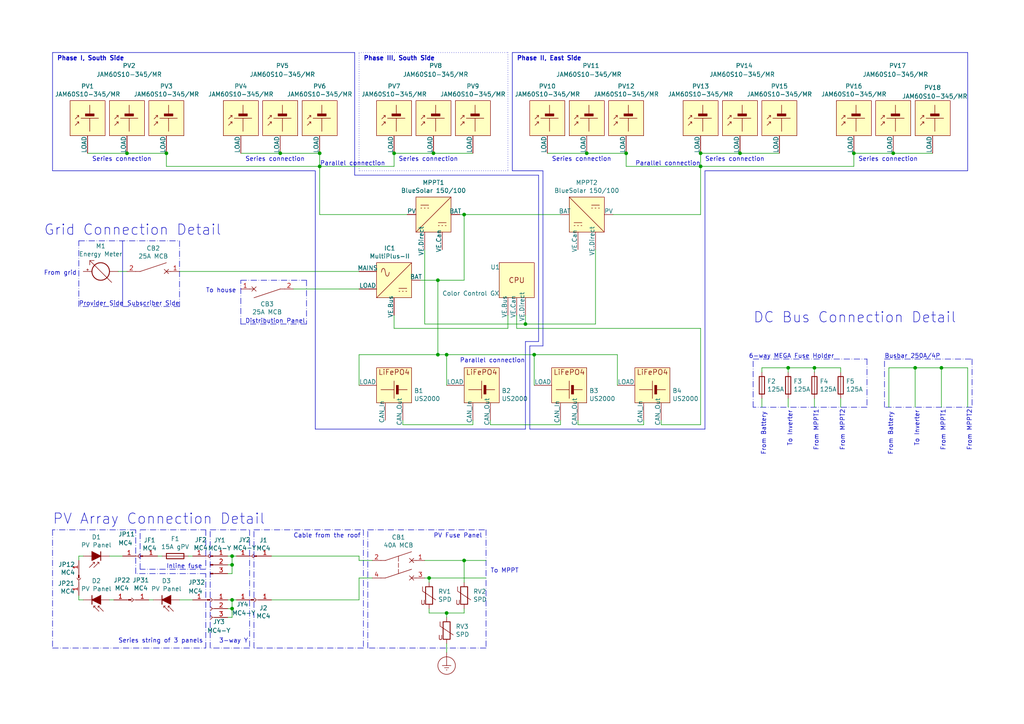
<source format=kicad_sch>
(kicad_sch (version 20230121) (generator eeschema)
  (paper "A4")
  (title_block (title "Block Diagram") (date "2021-05-06"))
  (lib_symbols
    (symbol "Connector:Conn_01x01_Female" (pin_names (offset 1.016) hide)
      (property "Reference" "J" (at 0 2.54 0))
      (property "Value" "Conn_01x01_Female" (at 0 -2.54 0))
      (symbol "Conn_01x01_Female_1_1"
        (polyline (pts (xy -1.27 0) (xy -0.508 0)) (stroke (width 0.1524)))
        (arc (start 0 0.508) (mid -0.5058 0) (end 0 -0.508) (stroke (width 0.1524)))
        (pin passive line (at -5.08 0 0) (length 3.81) (name "Pin_1") (number "1"))
      )
    )
    (symbol "Connector:Conn_01x01_Male" (pin_names (offset 1.016) hide)
      (property "Reference" "J" (at 0 2.54 0))
      (property "Value" "Conn_01x01_Male" (at 0 -2.54 0))
      (symbol "Conn_01x01_Male_1_1"
        (polyline (pts (xy 1.27 0) (xy 0.8636 0)) (stroke (width 0.1524)))
        (rectangle (start 0.8636 0.127) (end 0 -0.127) (stroke (width 0.1524)) (fill (type outline)))
        (pin passive line (at 5.08 0 180) (length 3.81) (name "Pin_1") (number "1"))
      )
    )
    (symbol "Connector:Conn_01x03_Female" (pin_names (offset 1.016) hide)
      (property "Reference" "J" (at 0 5.08 0))
      (property "Value" "Conn_01x03_Female" (at 0 -5.08 0))
      (symbol "Conn_01x03_Female_1_1"
        (arc (start 0 -2.032) (mid -0.5058 -2.54) (end 0 -3.048) (stroke (width 0.1524)))
        (polyline (pts (xy -1.27 -2.54) (xy -0.508 -2.54)) (stroke (width 0.1524)))
        (polyline (pts (xy -1.27 0) (xy -0.508 0)) (stroke (width 0.1524)))
        (polyline (pts (xy -1.27 2.54) (xy -0.508 2.54)) (stroke (width 0.1524)))
        (arc (start 0 0.508) (mid -0.5058 0) (end 0 -0.508) (stroke (width 0.1524)))
        (arc (start 0 3.048) (mid -0.5058 2.54) (end 0 2.032) (stroke (width 0.1524)))
        (pin passive line (at -5.08 2.54 0) (length 3.81) (name "Pin_1") (number "1"))
        (pin passive line (at -5.08 0 0) (length 3.81) (name "Pin_2") (number "2"))
        (pin passive line (at -5.08 -2.54 0) (length 3.81) (name "Pin_3") (number "3"))
      )
    )
    (symbol "Connector:Conn_01x03_Male" (pin_names (offset 1.016) hide)
      (property "Reference" "J" (at 0 5.08 0))
      (property "Value" "Conn_01x03_Male" (at 0 -5.08 0))
      (symbol "Conn_01x03_Male_1_1"
        (polyline (pts (xy 1.27 -2.54) (xy 0.8636 -2.54)) (stroke (width 0.1524)))
        (polyline (pts (xy 1.27 0) (xy 0.8636 0)) (stroke (width 0.1524)))
        (polyline (pts (xy 1.27 2.54) (xy 0.8636 2.54)) (stroke (width 0.1524)))
        (rectangle (start 0.8636 -2.413) (end 0 -2.667) (stroke (width 0.1524)) (fill (type outline)))
        (rectangle (start 0.8636 0.127) (end 0 -0.127) (stroke (width 0.1524)) (fill (type outline)))
        (rectangle (start 0.8636 2.667) (end 0 2.413) (stroke (width 0.1524)) (fill (type outline)))
        (pin passive line (at 5.08 2.54 180) (length 3.81) (name "Pin_1") (number "1"))
        (pin passive line (at 5.08 0 180) (length 3.81) (name "Pin_2") (number "2"))
        (pin passive line (at 5.08 -2.54 180) (length 3.81) (name "Pin_3") (number "3"))
      )
    )
    (symbol "Device:CircuitBreaker_1P"
      (property "Reference" "CB" (at 1.905 0 0))
      (property "Value" "CircuitBreaker_1P" (at 1.905 1.905 0))
      (symbol "CircuitBreaker_1P_0_1"
        (polyline (pts (xy 0 -5.08) (xy 0 -3.81)))
        (polyline (pts (xy 0 -3.81) (xy -2.54 3.81)))
      )
      (symbol "CircuitBreaker_1P_1_1"
        (polyline (pts (xy -0.635 4.445) (xy 0.635 3.175)))
        (polyline (pts (xy 0 5.08) (xy 0 3.81)))
        (polyline (pts (xy 0.635 4.445) (xy -0.635 3.175)))
        (pin passive line (at 0 7.62 270) (length 2.54) (name "~") (number "1"))
        (pin passive line (at 0 -7.62 90) (length 2.54) (name "~") (number "2"))
      )
    )
    (symbol "Device:CircuitBreaker_2P"
      (property "Reference" "CB" (at 3.81 0 0))
      (property "Value" "CircuitBreaker_2P" (at 3.81 2.54 0))
      (symbol "CircuitBreaker_2P_0_1"
        (polyline (pts (xy -3.81 0) (xy -2.286 0)))
        (polyline (pts (xy -2.54 -3.81) (xy -5.08 3.81)))
        (polyline (pts (xy -1.778 0) (xy -0.508 0)))
        (polyline (pts (xy 0 0) (xy 1.27 0)))
        (polyline (pts (xy 2.54 -5.08) (xy 2.54 -3.81)))
        (polyline (pts (xy 2.54 -3.81) (xy 0 3.81)))
      )
      (symbol "CircuitBreaker_2P_1_1"
        (polyline (pts (xy -3.175 4.445) (xy -1.905 3.175)))
        (polyline (pts (xy -2.54 -3.81) (xy -2.54 -5.08)))
        (polyline (pts (xy -2.54 5.08) (xy -2.54 3.81)))
        (polyline (pts (xy -1.905 4.445) (xy -3.175 3.175)))
        (polyline (pts (xy 1.905 4.445) (xy 3.175 3.175)))
        (polyline (pts (xy 2.54 5.08) (xy 2.54 3.81)))
        (polyline (pts (xy 3.175 4.445) (xy 1.905 3.175)))
        (pin passive line (at -2.54 7.62 270) (length 2.54) (name "~") (number "1"))
        (pin passive line (at -2.54 -7.62 90) (length 2.54) (name "~") (number "2"))
        (pin passive line (at 2.54 7.62 270) (length 2.54) (name "~") (number "3"))
        (pin passive line (at 2.54 -7.62 90) (length 2.54) (name "~") (number "4"))
      )
    )
    (symbol "Device:D_Photo_Filled" (pin_numbers hide) (pin_names hide)
      (property "Reference" "D" (at 0.508 1.778 0))
      (property "Value" "D_Photo_Filled" (at -1.016 -2.794 0))
      (symbol "D_Photo_Filled_0_1"
        (polyline (pts (xy -2.54 1.27) (xy -2.54 -1.27)) (stroke (width 0.254)))
        (polyline (pts (xy -2.032 1.778) (xy -1.524 1.778)))
        (polyline (pts (xy 0 0) (xy -2.54 0)))
        (polyline (pts (xy -0.508 3.302) (xy -2.032 1.778) (xy -2.032 2.286)))
        (polyline (pts (xy 0 -1.27) (xy 0 1.27) (xy -2.54 0) (xy 0 -1.27)) (stroke (width 0.254)) (fill (type outline)))
        (polyline (pts (xy 0.762 3.302) (xy -0.762 1.778) (xy -0.762 2.286) (xy -0.762 1.778) (xy -0.254 1.778)))
      )
      (symbol "D_Photo_Filled_1_1"
        (pin passive line (at -5.08 0 0) (length 2.54) (name "K") (number "1"))
        (pin passive line (at 2.54 0 180) (length 2.54) (name "A") (number "2"))
      )
    )
    (symbol "Device:Fuse" (pin_numbers hide) (pin_names (offset 0))
      (property "Reference" "F" (at 2.032 0 90))
      (property "Value" "Fuse" (at -1.905 0 90))
      (symbol "Fuse_0_1"
        (rectangle (start -0.762 -2.54) (end 0.762 2.54) (stroke (width 0.254)))
        (polyline (pts (xy 0 2.54) (xy 0 -2.54)))
      )
      (symbol "Fuse_1_1"
        (pin passive line (at 0 3.81 270) (length 1.27) (name "~") (number "1"))
        (pin passive line (at 0 -3.81 90) (length 1.27) (name "~") (number "2"))
      )
    )
    (symbol "Device:Galvanometer" (pin_numbers hide) (pin_names (offset 0.0254) hide)
      (property "Reference" "MES" (at -3.302 1.016 0))
      (property "Value" "Galvanometer" (at -3.302 -0.762 0))
      (symbol "Galvanometer_0_0"
        (polyline (pts (xy -3.175 -3.175) (xy 3.175 3.175)))
        (polyline (pts (xy 1.905 3.175) (xy 3.175 3.175) (xy 3.175 1.905)))
      )
      (symbol "Galvanometer_0_1"
        (polyline (pts (xy 0.254 3.81) (xy 0.762 3.81)))
        (polyline (pts (xy 0.508 4.064) (xy 0.508 3.556)))
        (circle (center 0 0) (radius 2.54) (stroke (width 0.254)))
      )
      (symbol "Galvanometer_1_1"
        (pin passive line (at 0 -5.08 90) (length 2.54) (name "-") (number "1"))
        (pin passive line (at 0 5.08 270) (length 2.54) (name "+") (number "2"))
      )
    )
    (symbol "Device:Varistor" (pin_numbers hide) (pin_names (offset 0))
      (property "Reference" "RV" (at 3.175 0 90))
      (property "Value" "Varistor" (at -3.175 0 90))
      (symbol "Varistor_0_0"
        (text "U" (at -1.778 -2.032 0) (effects (font (size 1.27 1.27))))
      )
      (symbol "Varistor_0_1"
        (rectangle (start -1.016 -2.54) (end 1.016 2.54) (stroke (width 0.254)))
        (polyline (pts (xy -1.905 2.54) (xy -1.905 1.27) (xy 1.905 -1.27)))
      )
      (symbol "Varistor_1_1"
        (pin passive line (at 0 3.81 270) (length 1.27) (name "~") (number "1"))
        (pin passive line (at 0 -3.81 90) (length 1.27) (name "~") (number "2"))
      )
    )
    (symbol "power:Earth_Protective" (power) (pin_names (offset 0))
      (symbol "Earth_Protective_0_1"
        (circle (center 0 -3.81) (radius 2.54))
        (polyline (pts (xy -0.635 -4.445) (xy 0.635 -4.445)))
        (polyline (pts (xy -0.127 -5.08) (xy 0.127 -5.08)))
        (polyline (pts (xy 0 -3.81) (xy 0 0)))
        (polyline (pts (xy 1.27 -3.81) (xy -1.27 -3.81)))
      )
      (symbol "Earth_Protective_1_1"
        (pin power_in line (at 0 0 270) (length 0) hide (name "Earth_Protective") (number "1"))
      )
    )
    (symbol "pv-block-diagram:BATTERY" (pin_numbers hide) (pin_names (offset 0))
      (property "Reference" "B?" (at 0 6.35 0))
      (property "Value" "BATTERY" (at 0 8.89 0))
      (symbol "BATTERY_0_0"
        (rectangle (start -5.08 5.08) (end 5.08 -5.08) (fill (type background)))
        (polyline (pts (xy -3.81 -1.27) (xy 0 -1.27)))
        (polyline (pts (xy 0 1.27) (xy 0 -3.81)))
        (polyline (pts (xy 1.27 -1.27) (xy 3.81 -1.27)))
        (rectangle (start 0.635 0) (end 1.27 -2.54) (fill (type outline)))
        (text "LiFePO4" (at 0 3.81 0) (effects (font (size 1.4986 1.4986))))
      )
      (symbol "BATTERY_1_1"
        (pin input line (at -2.54 -10.16 90) (length 5.0038) (name "CAN_In") (number "~"))
        (pin input line (at 2.54 -10.16 90) (length 5.0038) (name "CAN_Out") (number "~"))
        (pin passive line (at -10.16 0 0) (length 5.0038) (name "LOAD") (number "~"))
      )
    )
    (symbol "pv-block-diagram:GX_CPU" (pin_numbers hide) (pin_names (offset 0))
      (property "Reference" "U?" (at 0 6.35 0))
      (property "Value" "GX_CPU" (at 0 8.89 0))
      (symbol "GX_CPU_0_0"
        (rectangle (start -5.08 5.08) (end 5.08 -5.08) (fill (type background)))
        (text "CPU" (at 0 0 0) (effects (font (size 1.4986 1.4986))))
      )
      (symbol "GX_CPU_1_1"
        (pin output line (at -2.54 -10.16 90) (length 5.0038) (name "VE.Bus") (number "~"))
        (pin bidirectional line (at 0 -10.16 90) (length 5.0038) (name "VE.Can") (number "~"))
        (pin output line (at 2.54 -10.16 90) (length 5.0038) (name "VE.Direct") (number "~"))
      )
    )
    (symbol "pv-block-diagram:INV_CHG" (pin_numbers hide) (pin_names (offset 0))
      (property "Reference" "IC?" (at 0 6.35 0))
      (property "Value" "INV_CHG" (at 0 8.89 0))
      (symbol "INV_CHG_0_0"
        (rectangle (start -5.08 5.08) (end 5.08 -5.08) (fill (type background)))
        (polyline (pts (xy -5.08 -5.08) (xy 5.08 5.08)))
        (text "∿" (at -2.54 2.54 0) (effects (font (size 2.9972 2.9972))))
        (text "⎓" (at 2.54 -2.54 0) (effects (font (size 2.9972 2.9972))))
      )
      (symbol "INV_CHG_1_1"
        (pin passive line (at 7.62 0 180) (length 2.4892) (name "BAT") (number "~"))
        (pin power_out line (at -10.16 -2.54 0) (length 5.0038) (name "LOAD") (number "~"))
        (pin power_in line (at -10.16 2.54 0) (length 5.0038) (name "MAINS") (number "~"))
        (pin tri_state line (at 0 -10.16 90) (length 5.0038) (name "VE.Bus") (number "~"))
      )
    )
    (symbol "pv-block-diagram:MPPT" (pin_numbers hide) (pin_names (offset 0))
      (property "Reference" "MPPT?" (at 0 6.35 0))
      (property "Value" "MPPT" (at 0 8.89 0))
      (symbol "MPPT_0_0"
        (text "⎓" (at 2.54 -2.54 0) (effects (font (size 2.9972 2.9972))))
      )
      (symbol "MPPT_0_1"
        (rectangle (start -5.08 5.08) (end 5.08 -5.08) (fill (type background)))
        (polyline (pts (xy -5.08 -5.08) (xy 5.08 5.08)))
      )
      (symbol "MPPT_1_1"
        (text "⎓" (at -2.54 2.54 0) (effects (font (size 2.9972 2.9972))))
        (pin power_out line (at 7.62 0 180) (length 2.54) (name "BAT") (number "~"))
        (pin power_in line (at -7.62 0 0) (length 2.54) (name "PV") (number "~"))
        (pin bidirectional line (at 2.54 -10.16 90) (length 5.0038) (name "VE.Can") (number "~"))
        (pin input line (at -2.54 -10.16 90) (length 5.0038) (name "VE.Direct") (number "~"))
      )
    )
    (symbol "pv-block-diagram:PANEL" (pin_numbers hide) (pin_names (offset 0))
      (property "Reference" "PV?" (at 0 6.35 0))
      (property "Value" "PANEL" (at 0 8.89 0))
      (symbol "PANEL_0_0"
        (rectangle (start -5.08 5.08) (end 5.08 -5.08) (fill (type background)))
        (polyline (pts (xy -3.81 -0.635) (xy 0 -0.635)))
        (polyline (pts (xy 0 1.905) (xy 0 -3.175)))
        (polyline (pts (xy 1.27 -0.635) (xy 3.81 -0.635)))
        (rectangle (start 0.635 0.635) (end 1.27 -1.905) (fill (type outline)))
        (text "↘↘" (at -0.635 3.175 0) (effects (font (size 1.4986 1.4986))))
      )
      (symbol "PANEL_1_1"
        (pin power_out line (at -10.16 0 0) (length 5.0038) (name "LOAD") (number "~"))
      )
    )
  )
  (junction (at 67.31 176.53))
  (junction (at 152.4 93.98))
  (junction (at 67.31 173.99))
  (junction (at 236.22 106.68))
  (junction (at 170.18 44.45))
  (junction (at 273.05 106.68))
  (junction (at 203.2 44.45))
  (junction (at 134.62 162.56))
  (junction (at 125.73 44.45))
  (junction (at 259.08 44.45))
  (junction (at 81.28 44.45))
  (junction (at 48.26 44.45))
  (junction (at 265.43 106.68))
  (junction (at 92.71 48.26))
  (junction (at 247.65 44.45))
  (junction (at 92.71 44.45))
  (junction (at 228.6 106.68))
  (junction (at 67.31 161.29))
  (junction (at 203.2 48.26))
  (junction (at 36.83 44.45))
  (junction (at 181.61 44.45))
  (junction (at 154.94 102.87))
  (junction (at 129.54 102.87))
  (junction (at 129.54 177.8))
  (junction (at 127 102.87))
  (junction (at 214.63 44.45))
  (junction (at 134.62 62.23))
  (junction (at 124.46 167.64))
  (junction (at 67.31 163.83))
  (junction (at 114.3 44.45))
  (junction (at 127 81.28))
  (wire (pts (xy 67.31 166.37) (xy 67.31 163.83)))
  (wire (pts (xy 247.65 44.45) (xy 247.65 48.26)))
  (polyline (pts (xy 140.97 187.96) (xy 106.68 187.96)) (stroke (width 0) (type dash_dot)))
  (wire (pts (xy 114.3 95.25) (xy 147.32 95.25)))
  (wire (pts (xy 149.86 95.25) (xy 149.86 91.44)))
  (polyline (pts (xy 73.66 187.96) (xy 73.66 153.67)) (stroke (width 0) (type dash_dot)))
  (wire (pts (xy 177.8 62.23) (xy 203.2 62.23)))
  (polyline (pts (xy 60.96 187.96) (xy 60.96 153.67)) (stroke (width 0) (type dash_dot)))
  (polyline (pts (xy 105.41 187.96) (xy 73.66 187.96)) (stroke (width 0) (type dash_dot)))
  (wire (pts (xy 203.2 48.26) (xy 203.2 62.23)))
  (wire (pts (xy 33.02 173.99) (xy 31.75 173.99)))
  (polyline (pts (xy 204.47 49.53) (xy 204.47 124.46)))
  (wire (pts (xy 129.54 102.87) (xy 154.94 102.87)))
  (wire (pts (xy 203.2 48.26) (xy 203.2 44.45)))
  (wire (pts (xy 142.24 123.19) (xy 162.56 123.19)))
  (wire (pts (xy 67.31 173.99) (xy 67.31 176.53)))
  (wire (pts (xy 68.58 173.99) (xy 67.31 173.99)))
  (polyline (pts (xy 60.96 153.67) (xy 72.39 153.67)) (stroke (width 0) (type dash_dot)))
  (polyline (pts (xy 102.87 15.24) (xy 102.87 50.8)) (stroke (width 0) (type solid)))
  (polyline (pts (xy 256.54 118.11) (xy 256.54 104.14)) (stroke (width 0) (type dash_dot)))
  (wire (pts (xy 220.98 107.95) (xy 220.98 106.68)))
  (wire (pts (xy 31.75 161.29) (xy 35.56 161.29)))
  (wire (pts (xy 134.62 162.56) (xy 140.97 162.56)))
  (wire (pts (xy 129.54 179.07) (xy 129.54 177.8)))
  (wire (pts (xy 228.6 106.68) (xy 228.6 107.95)))
  (wire (pts (xy 134.62 62.23) (xy 162.56 62.23)))
  (wire (pts (xy 69.85 44.45) (xy 81.28 44.45)))
  (wire (pts (xy 92.71 44.45) (xy 92.71 48.26)))
  (wire (pts (xy 137.16 123.19) (xy 137.16 121.92)))
  (wire (pts (xy 24.13 161.29) (xy 22.86 161.29)))
  (polyline (pts (xy 218.44 104.14) (xy 251.46 104.14)) (stroke (width 0) (type dash_dot)))
  (wire (pts (xy 257.81 106.68) (xy 265.43 106.68)))
  (wire (pts (xy 172.72 93.98) (xy 152.4 93.98)))
  (wire (pts (xy 67.31 161.29) (xy 68.58 161.29)))
  (polyline (pts (xy 105.41 153.67) (xy 105.41 187.96)) (stroke (width 0) (type dash_dot)))
  (polyline (pts (xy 15.24 49.53) (xy 15.24 15.24)) (stroke (width 0) (type solid)))
  (wire (pts (xy 158.75 44.45) (xy 170.18 44.45)))
  (wire (pts (xy 114.3 91.44) (xy 114.3 95.25)))
  (polyline (pts (xy 52.07 88.9) (xy 22.86 88.9)) (stroke (width 0) (type dash_dot)))
  (wire (pts (xy 134.62 62.23) (xy 134.62 81.28)))
  (polyline (pts (xy 52.07 69.85) (xy 52.07 88.9)) (stroke (width 0) (type dash_dot)))
  (wire (pts (xy 92.71 48.26) (xy 92.71 62.23)))
  (wire (pts (xy 142.24 121.92) (xy 142.24 123.19)))
  (wire (pts (xy 236.22 106.68) (xy 236.22 107.95)))
  (wire (pts (xy 124.46 176.53) (xy 124.46 177.8)))
  (wire (pts (xy 124.46 167.64) (xy 140.97 167.64)))
  (polyline (pts (xy 104.14 49.53) (xy 104.14 15.24)) (stroke (width 0) (type dot)))
  (wire (pts (xy 123.19 167.64) (xy 124.46 167.64)))
  (wire (pts (xy 66.04 173.99) (xy 67.31 173.99)))
  (wire (pts (xy 52.07 78.74) (xy 104.14 78.74)))
  (wire (pts (xy 104.14 161.29) (xy 104.14 162.56)))
  (wire (pts (xy 191.77 123.19) (xy 203.2 123.19)))
  (polyline (pts (xy 91.44 49.53) (xy 15.24 49.53)) (stroke (width 0) (type solid)))
  (polyline (pts (xy 91.44 49.53) (xy 91.44 124.46)) (stroke (width 0) (type solid)))
  (wire (pts (xy 154.94 102.87) (xy 179.07 102.87)))
  (wire (pts (xy 25.4 44.45) (xy 36.83 44.45)))
  (wire (pts (xy 191.77 121.92) (xy 191.77 123.19)))
  (polyline (pts (xy 147.32 15.24) (xy 147.32 49.53)) (stroke (width 0) (type dot)))
  (wire (pts (xy 104.14 167.64) (xy 104.14 173.99)))
  (wire (pts (xy 116.84 123.19) (xy 137.16 123.19)))
  (wire (pts (xy 24.13 173.99) (xy 22.86 173.99)))
  (wire (pts (xy 22.86 173.99) (xy 22.86 172.72)))
  (wire (pts (xy 22.86 161.29) (xy 22.86 162.56)))
  (wire (pts (xy 127 102.87) (xy 129.54 102.87)))
  (wire (pts (xy 114.3 48.26) (xy 92.71 48.26)))
  (wire (pts (xy 129.54 177.8) (xy 134.62 177.8)))
  (wire (pts (xy 134.62 81.28) (xy 127 81.28)))
  (polyline (pts (xy 40.64 165.1) (xy 40.64 153.67)) (stroke (width 0) (type dash_dot)))
  (wire (pts (xy 154.94 102.87) (xy 154.94 111.76)))
  (wire (pts (xy 104.14 111.76) (xy 104.14 102.87)))
  (wire (pts (xy 236.22 115.57) (xy 236.22 118.11)))
  (wire (pts (xy 78.74 173.99) (xy 104.14 173.99)))
  (wire (pts (xy 129.54 186.69) (xy 129.54 189.23)))
  (wire (pts (xy 220.98 106.68) (xy 228.6 106.68)))
  (wire (pts (xy 36.83 44.45) (xy 48.26 44.45)))
  (polyline (pts (xy 91.44 124.46) (xy 152.4 124.46)) (stroke (width 0) (type solid)))
  (wire (pts (xy 152.4 93.98) (xy 123.19 93.98)))
  (polyline (pts (xy 152.4 99.06) (xy 156.21 99.06)) (stroke (width 0) (type solid)))
  (polyline (pts (xy 157.48 100.33) (xy 157.48 49.53)))
  (wire (pts (xy 123.19 162.56) (xy 134.62 162.56)))
  (polyline (pts (xy 148.59 49.53) (xy 148.59 15.24)))
  (wire (pts (xy 257.81 106.68) (xy 257.81 118.11)))
  (wire (pts (xy 181.61 48.26) (xy 203.2 48.26)))
  (wire (pts (xy 172.72 72.39) (xy 172.72 93.98)))
  (polyline (pts (xy 281.94 104.14) (xy 281.94 118.11)) (stroke (width 0) (type dash_dot)))
  (polyline (pts (xy 59.69 166.37) (xy 39.37 166.37)) (stroke (width 0) (type dash_dot)))
  (polyline (pts (xy 15.24 187.96) (xy 59.69 187.96)) (stroke (width 0) (type dash_dot)))
  (wire (pts (xy 124.46 177.8) (xy 129.54 177.8)))
  (wire (pts (xy 280.67 106.68) (xy 280.67 118.11)))
  (polyline (pts (xy 153.67 124.46) (xy 204.47 124.46)))
  (wire (pts (xy 48.26 48.26) (xy 92.71 48.26)))
  (wire (pts (xy 123.19 93.98) (xy 123.19 72.39)))
  (polyline (pts (xy 22.86 69.85) (xy 52.07 69.85)) (stroke (width 0) (type dash_dot)))
  (wire (pts (xy 66.04 166.37) (xy 67.31 166.37)))
  (wire (pts (xy 228.6 106.68) (xy 236.22 106.68)))
  (polyline (pts (xy 69.85 93.98) (xy 69.85 81.28)) (stroke (width 0) (type dash_dot)))
  (polyline (pts (xy 156.21 50.8) (xy 102.87 50.8)) (stroke (width 0) (type solid)))
  (wire (pts (xy 243.84 115.57) (xy 243.84 118.11)))
  (wire (pts (xy 147.32 95.25) (xy 147.32 91.44)))
  (polyline (pts (xy 69.85 81.28) (xy 88.9 81.28)) (stroke (width 0) (type dash_dot)))
  (wire (pts (xy 243.84 106.68) (xy 243.84 107.95)))
  (wire (pts (xy 127 81.28) (xy 127 102.87)))
  (polyline (pts (xy 280.67 15.24) (xy 280.67 49.53)))
  (wire (pts (xy 125.73 44.45) (xy 137.16 44.45)))
  (polyline (pts (xy 40.64 153.67) (xy 59.69 153.67)) (stroke (width 0) (type dash_dot)))
  (wire (pts (xy 48.26 44.45) (xy 48.26 48.26)))
  (wire (pts (xy 203.2 95.25) (xy 149.86 95.25)))
  (wire (pts (xy 167.64 121.92) (xy 167.64 123.19)))
  (wire (pts (xy 134.62 162.56) (xy 134.62 168.91)))
  (wire (pts (xy 67.31 176.53) (xy 67.31 179.07)))
  (wire (pts (xy 170.18 44.45) (xy 181.61 44.45)))
  (wire (pts (xy 134.62 177.8) (xy 134.62 176.53)))
  (polyline (pts (xy 39.37 166.37) (xy 39.37 153.67)) (stroke (width 0) (type dash_dot)))
  (wire (pts (xy 152.4 91.44) (xy 152.4 93.98)))
  (wire (pts (xy 273.05 106.68) (xy 280.67 106.68)))
  (wire (pts (xy 203.2 44.45) (xy 214.63 44.45)))
  (polyline (pts (xy 88.9 81.28) (xy 88.9 93.98)) (stroke (width 0) (type dash_dot)))
  (polyline (pts (xy 22.86 88.9) (xy 22.86 69.85)) (stroke (width 0) (type dash_dot)))
  (wire (pts (xy 45.72 161.29) (xy 46.99 161.29)))
  (wire (pts (xy 78.74 161.29) (xy 104.14 161.29)))
  (wire (pts (xy 265.43 106.68) (xy 273.05 106.68)))
  (polyline (pts (xy 59.69 153.67) (xy 59.69 165.1)) (stroke (width 0) (type dash_dot)))
  (wire (pts (xy 34.29 78.74) (xy 36.83 78.74)))
  (polyline (pts (xy 140.97 153.67) (xy 140.97 187.96)) (stroke (width 0) (type dash_dot)))
  (wire (pts (xy 118.11 62.23) (xy 92.71 62.23)))
  (wire (pts (xy 114.3 44.45) (xy 125.73 44.45)))
  (polyline (pts (xy 106.68 187.96) (xy 106.68 153.67)) (stroke (width 0) (type dash_dot)))
  (polyline (pts (xy 148.59 15.24) (xy 280.67 15.24)))
  (wire (pts (xy 44.45 173.99) (xy 43.18 173.99)))
  (wire (pts (xy 66.04 163.83) (xy 67.31 163.83)))
  (wire (pts (xy 67.31 163.83) (xy 67.31 161.29)))
  (wire (pts (xy 259.08 44.45) (xy 270.51 44.45)))
  (wire (pts (xy 214.63 44.45) (xy 226.06 44.45)))
  (wire (pts (xy 181.61 44.45) (xy 181.61 48.26)))
  (polyline (pts (xy 147.32 49.53) (xy 104.14 49.53)) (stroke (width 0) (type dot)))
  (polyline (pts (xy 104.14 15.24) (xy 147.32 15.24)) (stroke (width 0) (type dot)))
  (polyline (pts (xy 88.9 93.98) (xy 69.85 93.98)) (stroke (width 0) (type dash_dot)))
  (wire (pts (xy 203.2 123.19) (xy 203.2 95.25)))
  (wire (pts (xy 247.65 48.26) (xy 203.2 48.26)))
  (polyline (pts (xy 59.69 165.1) (xy 40.64 165.1)) (stroke (width 0) (type dash_dot)))
  (wire (pts (xy 116.84 121.92) (xy 116.84 123.19)))
  (polyline (pts (xy 251.46 118.11) (xy 218.44 118.11)) (stroke (width 0) (type dash_dot)))
  (polyline (pts (xy 35.56 69.85) (xy 35.56 88.9)) (stroke (width 0) (type solid)))
  (wire (pts (xy 273.05 118.11) (xy 273.05 106.68)))
  (wire (pts (xy 167.64 123.19) (xy 186.69 123.19)))
  (wire (pts (xy 121.92 81.28) (xy 127 81.28)))
  (polyline (pts (xy 15.24 153.67) (xy 15.24 187.96)) (stroke (width 0) (type dash_dot)))
  (polyline (pts (xy 72.39 187.96) (xy 60.96 187.96)) (stroke (width 0) (type dash_dot)))
  (wire (pts (xy 114.3 44.45) (xy 114.3 48.26)))
  (polyline (pts (xy 218.44 118.11) (xy 218.44 104.14)) (stroke (width 0) (type dash_dot)))
  (wire (pts (xy 104.14 167.64) (xy 107.95 167.64)))
  (polyline (pts (xy 156.21 50.8) (xy 156.21 99.06)) (stroke (width 0) (type solid)))
  (wire (pts (xy 129.54 102.87) (xy 129.54 111.76)))
  (wire (pts (xy 247.65 44.45) (xy 259.08 44.45)))
  (wire (pts (xy 265.43 118.11) (xy 265.43 106.68)))
  (polyline (pts (xy 73.66 153.67) (xy 105.41 153.67)) (stroke (width 0) (type dash_dot)))
  (wire (pts (xy 220.98 115.57) (xy 220.98 118.11)))
  (polyline (pts (xy 59.69 187.96) (xy 59.69 166.37)) (stroke (width 0) (type dash_dot)))
  (polyline (pts (xy 280.67 49.53) (xy 204.47 49.53)))
  (wire (pts (xy 66.04 179.07) (xy 67.31 179.07)))
  (wire (pts (xy 104.14 102.87) (xy 127 102.87)))
  (wire (pts (xy 228.6 115.57) (xy 228.6 118.11)))
  (wire (pts (xy 104.14 162.56) (xy 107.95 162.56)))
  (polyline (pts (xy 281.94 118.11) (xy 256.54 118.11)) (stroke (width 0) (type dash_dot)))
  (polyline (pts (xy 157.48 49.53) (xy 148.59 49.53)))
  (wire (pts (xy 186.69 123.19) (xy 186.69 121.92)))
  (wire (pts (xy 104.14 83.82) (xy 85.09 83.82)))
  (polyline (pts (xy 72.39 153.67) (xy 72.39 187.96)) (stroke (width 0) (type dash_dot)))
  (wire (pts (xy 81.28 44.45) (xy 92.71 44.45)))
  (wire (pts (xy 124.46 167.64) (xy 124.46 168.91)))
  (polyline (pts (xy 15.24 15.24) (xy 102.87 15.24)) (stroke (width 0) (type solid)))
  (wire (pts (xy 54.61 161.29) (xy 55.88 161.29)))
  (polyline (pts (xy 157.48 100.33) (xy 153.67 100.33)))
  (wire (pts (xy 162.56 123.19) (xy 162.56 121.92)))
  (wire (pts (xy 179.07 102.87) (xy 179.07 111.76)))
  (wire (pts (xy 66.04 161.29) (xy 67.31 161.29)))
  (polyline (pts (xy 152.4 124.46) (xy 152.4 99.06)) (stroke (width 0) (type solid)))
  (polyline (pts (xy 106.68 153.67) (xy 140.97 153.67)) (stroke (width 0) (type dash_dot)))
  (wire (pts (xy 236.22 106.68) (xy 243.84 106.68)))
  (wire (pts (xy 66.04 176.53) (xy 67.31 176.53)))
  (polyline (pts (xy 251.46 104.14) (xy 251.46 118.11)) (stroke (width 0) (type dash_dot)))
  (wire (pts (xy 52.07 173.99) (xy 55.88 173.99)))
  (wire (pts (xy 133.35 62.23) (xy 134.62 62.23)))
  (polyline (pts (xy 256.54 104.14) (xy 281.94 104.14)) (stroke (width 0) (type dash_dot)))
  (polyline (pts (xy 153.67 100.33) (xy 153.67 124.46)))
  (polyline (pts (xy 39.37 153.67) (xy 15.24 153.67)) (stroke (width 0) (type dash_dot)))
  (text "Series connection" (at 26.67 46.99 0) (effects (font (size 1.27 1.27)) (justify left bottom)))
  (text "Series connection" (at 248.92 46.99 0) (effects (font (size 1.27 1.27)) (justify left bottom)))
  (text "From Battery" (at 259.08 132.08 90) (effects (font (size 1.27 1.27)) (justify left bottom)))
  (text "Subscriber Side" (at 36.83 88.9 0) (effects (font (size 1.27 1.27)) (justify left bottom)))
  (text "Inline fuse" (at 48.26 165.1 0) (effects (font (size 1.27 1.27)) (justify left bottom)))
  (text "Phase III, South Side" (at 105.41 17.78 0) (effects (font (size 1.27 1.27) (thickness 0.254) bold) (justify left bottom)))
  (text "Parallel connection" (at 203.2 48.26 0) (effects (font (size 1.27 1.27)) (justify right bottom)))
  (text "Phase I, South Side" (at 16.51 17.78 0) (effects (font (size 1.27 1.27) (thickness 0.254) bold) (justify left bottom)))
  (text "Busbar 250A/4P" (at 256.54 104.14 0) (effects (font (size 1.27 1.27)) (justify left bottom)))
  (text "Grid Connection Detail" (at 12.7 68.58 0) (effects (font (size 2.9972 2.9972)) (justify left bottom)))
  (text "Provider Side" (at 22.86 88.9 0) (effects (font (size 1.27 1.27)) (justify left bottom)))
  (text "Series connection" (at 71.12 46.99 0) (effects (font (size 1.27 1.27)) (justify left bottom)))
  (text "3-way Y" (at 63.5 186.69 0) (effects (font (size 1.27 1.27)) (justify left bottom)))
  (text "From grid" (at 12.7 80.01 0) (effects (font (size 1.27 1.27)) (justify left bottom)))
  (text "DC Bus Connection Detail" (at 218.44 93.98 0) (effects (font (size 2.9972 2.9972)) (justify left bottom)))
  (text "To Inverter" (at 229.87 129.54 90) (effects (font (size 1.27 1.27)) (justify left bottom)))
  (text "Parallel connection" (at 111.76 48.26 0) (effects (font (size 1.27 1.27)) (justify right bottom)))
  (text "Series connection" (at 160.02 46.99 0) (effects (font (size 1.27 1.27)) (justify left bottom)))
  (text "Cable from the roof" (at 85.09 156.21 0) (effects (font (size 1.27 1.27)) (justify left bottom)))
  (text "From MPPT2" (at 245.11 130.81 90) (effects (font (size 1.27 1.27)) (justify left bottom)))
  (text "Parallel connection" (at 133.35 105.41 0) (effects (font (size 1.27 1.27)) (justify left bottom)))
  (text "Distribution Panel" (at 71.12 93.98 0) (effects (font (size 1.27 1.27)) (justify left bottom)))
  (text "To house" (at 59.69 85.09 0) (effects (font (size 1.27 1.27)) (justify left bottom)))
  (text "Series connection" (at 204.47 46.99 0) (effects (font (size 1.27 1.27)) (justify left bottom)))
  (text "PV Array Connection Detail" (at 15.24 152.4 0) (effects (font (size 2.9972 2.9972)) (justify left bottom)))
  (text "Series string of 3 panels" (at 34.29 186.69 0) (effects (font (size 1.27 1.27)) (justify left bottom)))
  (text "PV Fuse Panel" (at 125.73 156.21 0) (effects (font (size 1.27 1.27)) (justify left bottom)))
  (text "To Inverter" (at 266.7 129.54 90) (effects (font (size 1.27 1.27)) (justify left bottom)))
  (text "To MPPT" (at 142.24 166.37 0) (effects (font (size 1.27 1.27)) (justify left bottom)))
  (text "From MPPT1" (at 237.49 130.81 90) (effects (font (size 1.27 1.27)) (justify left bottom)))
  (text "From Battery" (at 222.25 132.08 90) (effects (font (size 1.27 1.27)) (justify left bottom)))
  (text "Phase II, East Side" (at 149.86 17.78 0) (effects (font (size 1.27 1.27) (thickness 0.254) bold) (justify left bottom)))
  (text "From MPPT1" (at 274.32 130.81 90) (effects (font (size 1.27 1.27)) (justify left bottom)))
  (text "6-way MEGA Fuse Holder" (at 217.17 104.14 0) (effects (font (size 1.27 1.27)) (justify left bottom)))
  (text "Series connection" (at 115.57 46.99 0) (effects (font (size 1.27 1.27)) (justify left bottom)))
  (text "From MPPT2" (at 281.94 130.81 90) (effects (font (size 1.27 1.27)) (justify left bottom)))
  (symbol (lib_id "pv-block-diagram:PANEL") (at 25.4 34.29 90) (unit 1)
    (property "Reference" "PV1" (at 25.4 25.019 90))
    (property "Value" "JAM60S10-345/MR" (at 25.4 27.3304 90))
  )
  (symbol (lib_id "pv-block-diagram:PANEL") (at 36.83 34.29 90) (unit 1)
    (property "Reference" "PV2" (at 35.56 19.05 90) (effects (justify right)))
    (property "Value" "JAM60S10-345/MR" (at 27.94 21.59 90) (effects (justify right)))
  )
  (symbol (lib_id "pv-block-diagram:PANEL") (at 48.26 34.29 90) (unit 1)
    (property "Reference" "PV3" (at 48.26 25.019 90))
    (property "Value" "JAM60S10-345/MR" (at 48.26 27.3304 90))
  )
  (symbol (lib_id "pv-block-diagram:PANEL") (at 92.71 34.29 90) (unit 1)
    (property "Reference" "PV6" (at 92.71 25.019 90))
    (property "Value" "JAM60S10-345/MR" (at 92.71 27.3304 90))
  )
  (symbol (lib_id "pv-block-diagram:PANEL") (at 81.28 34.29 90) (unit 1)
    (property "Reference" "PV5" (at 80.01 19.05 90) (effects (justify right)))
    (property "Value" "JAM60S10-345/MR" (at 72.39 21.59 90) (effects (justify right)))
  )
  (symbol (lib_id "pv-block-diagram:PANEL") (at 69.85 34.29 90) (unit 1)
    (property "Reference" "PV4" (at 69.85 25.019 90))
    (property "Value" "JAM60S10-345/MR" (at 69.85 27.3304 90))
  )
  (symbol (lib_id "pv-block-diagram:MPPT") (at 125.73 62.23 0) (unit 1)
    (property "Reference" "MPPT1" (at 125.73 52.959 0))
    (property "Value" "BlueSolar 150/100" (at 125.73 55.2704 0))
  )
  (symbol (lib_id "pv-block-diagram:MPPT") (at 170.18 62.23 0) (mirror y) (unit 1)
    (property "Reference" "MPPT2" (at 170.18 52.959 0))
    (property "Value" "BlueSolar 150/100" (at 170.18 55.2704 0))
  )
  (symbol (lib_id "pv-block-diagram:INV_CHG") (at 114.3 81.28 0) (unit 1)
    (property "Reference" "IC1" (at 113.03 72.009 0))
    (property "Value" "MultiPlus-II" (at 113.03 74.3204 0))
  )
  (symbol (lib_id "pv-block-diagram:BATTERY") (at 114.3 111.76 0) (unit 1)
    (property "Reference" "B1" (at 120.0912 113.3348 0) (effects (justify left)))
    (property "Value" "US2000" (at 120.0912 115.6462 0) (effects (justify left)))
  )
  (symbol (lib_id "pv-block-diagram:BATTERY") (at 139.7 111.76 0) (unit 1)
    (property "Reference" "B2" (at 145.4912 113.3348 0) (effects (justify left)))
    (property "Value" "US2000" (at 145.4912 115.6462 0) (effects (justify left)))
  )
  (symbol (lib_id "pv-block-diagram:BATTERY") (at 165.1 111.76 0) (unit 1)
    (property "Reference" "B3" (at 170.8912 113.3348 0) (effects (justify left)))
    (property "Value" "US2000" (at 170.8912 115.6462 0) (effects (justify left)))
  )
  (symbol (lib_id "pv-block-diagram:BATTERY") (at 189.23 111.76 0) (unit 1)
    (property "Reference" "B4" (at 195.0212 113.3348 0) (effects (justify left)))
    (property "Value" "US2000" (at 195.0212 115.6462 0) (effects (justify left)))
  )
  (symbol (lib_id "pv-block-diagram:GX_CPU") (at 149.86 81.28 0) (unit 1)
    (property "Reference" "U1" (at 142.24 77.47 0) (effects (justify left)))
    (property "Value" "Color Control GX" (at 128.27 85.09 0) (effects (justify left)))
  )
  (symbol (lib_id "pv-block-diagram:PANEL") (at 114.3 34.29 90) (unit 1)
    (property "Reference" "PV7" (at 114.3 25.019 90))
    (property "Value" "JAM60S10-345/MR" (at 114.3 27.3304 90))
  )
  (symbol (lib_id "pv-block-diagram:PANEL") (at 125.73 34.29 90) (unit 1)
    (property "Reference" "PV8" (at 124.46 19.05 90) (effects (justify right)))
    (property "Value" "JAM60S10-345/MR" (at 116.84 21.59 90) (effects (justify right)))
  )
  (symbol (lib_id "pv-block-diagram:PANEL") (at 137.16 34.29 90) (unit 1)
    (property "Reference" "PV9" (at 137.16 25.019 90))
    (property "Value" "JAM60S10-345/MR" (at 137.16 27.3304 90))
  )
  (symbol (lib_id "pv-block-diagram:PANEL") (at 158.75 34.29 90) (unit 1)
    (property "Reference" "PV10" (at 158.75 25.019 90))
    (property "Value" "JAM60S10-345/MR" (at 158.75 27.3304 90))
  )
  (symbol (lib_id "pv-block-diagram:PANEL") (at 170.18 34.29 90) (unit 1)
    (property "Reference" "PV11" (at 168.91 19.05 90) (effects (justify right)))
    (property "Value" "JAM60S10-345/MR" (at 161.29 21.59 90) (effects (justify right)))
  )
  (symbol (lib_id "pv-block-diagram:PANEL") (at 181.61 34.29 90) (unit 1)
    (property "Reference" "PV12" (at 181.61 25.019 90))
    (property "Value" "JAM60S10-345/MR" (at 181.61 27.3304 90))
  )
  (symbol (lib_id "pv-block-diagram:PANEL") (at 203.2 34.29 90) (unit 1)
    (property "Reference" "PV13" (at 203.2 25.019 90))
    (property "Value" "JAM60S10-345/MR" (at 203.2 27.3304 90))
  )
  (symbol (lib_id "pv-block-diagram:PANEL") (at 214.63 34.29 90) (unit 1)
    (property "Reference" "PV14" (at 213.36 19.05 90) (effects (justify right)))
    (property "Value" "JAM60S10-345/MR" (at 205.74 21.59 90) (effects (justify right)))
  )
  (symbol (lib_id "pv-block-diagram:PANEL") (at 226.06 34.29 90) (unit 1)
    (property "Reference" "PV15" (at 226.06 25.019 90))
    (property "Value" "JAM60S10-345/MR" (at 226.06 27.3304 90))
  )
  (symbol (lib_id "pv-block-diagram:PANEL") (at 247.65 34.29 90) (unit 1)
    (property "Reference" "PV16" (at 247.65 25.019 90))
    (property "Value" "JAM60S10-345/MR" (at 247.65 27.3304 90))
  )
  (symbol (lib_id "pv-block-diagram:PANEL") (at 259.08 34.29 90) (unit 1)
    (property "Reference" "PV17" (at 257.81 19.05 90) (effects (justify right)))
    (property "Value" "JAM60S10-345/MR" (at 250.19 21.59 90) (effects (justify right)))
  )
  (symbol (lib_id "pv-block-diagram:PANEL") (at 270.51 34.29 90) (unit 1)
    (property "Reference" "PV18" (at 267.97 25.4 90) (effects (justify right)))
    (property "Value" "JAM60S10-345/MR" (at 261.62 27.94 90) (effects (justify right)))
  )
  (symbol (lib_id "Device:D_Photo_Filled") (at 26.67 161.29 180) (unit 1)
    (property "Reference" "D1" (at 27.94 155.7782 0))
    (property "Value" "PV Panel" (at 27.94 158.0896 0))
  )
  (symbol (lib_id "Device:Fuse") (at 50.8 161.29 270) (unit 1)
    (property "Reference" "F1" (at 50.8 156.2862 90))
    (property "Value" "15A gPV" (at 50.8 158.5976 90))
  )
  (symbol (lib_id "Device:Varistor") (at 124.46 172.72 0) (unit 1)
    (property "Reference" "RV1" (at 127.0762 171.5516 0) (effects (justify left)))
    (property "Value" "SPD" (at 127.0762 173.863 0) (effects (justify left)))
  )
  (symbol (lib_id "power:Earth_Protective") (at 129.54 189.23 0) (unit 1)
    (property "Reference" "#PWR?" (effects hide))
    (property "Value" "Earth_Protective" (effects hide))
  )
  (symbol (lib_id "Device:CircuitBreaker_2P") (at 115.57 165.1 270) (unit 1)
    (property "Reference" "CB1" (at 115.57 155.829 90))
    (property "Value" "40A MCB" (at 115.57 158.1404 90))
  )
  (symbol (lib_id "Device:Varistor") (at 134.62 172.72 0) (unit 1)
    (property "Reference" "RV2" (at 137.2362 171.5516 0) (effects (justify left)))
    (property "Value" "SPD" (at 137.2362 173.863 0) (effects (justify left)))
  )
  (symbol (lib_id "Device:Varistor") (at 129.54 182.88 0) (unit 1)
    (property "Reference" "RV3" (at 132.1562 181.7116 0) (effects (justify left)))
    (property "Value" "SPD" (at 132.1562 184.023 0) (effects (justify left)))
  )
  (symbol (lib_id "Connector:Conn_01x03_Female") (at 60.96 176.53 0) (mirror y) (unit 1)
    (property "Reference" "JY3" (at 63.5 180.34 0))
    (property "Value" "MC4-Y" (at 63.5 182.88 0))
  )
  (symbol (lib_id "Connector:Conn_01x03_Male") (at 60.96 163.83 0) (unit 1)
    (property "Reference" "JY1" (at 63.7032 156.6926 0))
    (property "Value" "MC4-Y" (at 63.7032 159.004 0))
  )
  (symbol (lib_id "Connector:Conn_01x01_Male") (at 73.66 173.99 0) (mirror y) (unit 1)
    (property "Reference" "JY4" (at 68.58 175.26 0) (effects (justify right)))
    (property "Value" "MC4-Y" (at 67.31 177.8 0) (effects (justify right)))
  )
  (symbol (lib_id "Connector:Conn_01x01_Female") (at 73.66 161.29 0) (unit 1)
    (property "Reference" "JY2" (at 70.9168 156.591 0))
    (property "Value" "MC4-Y" (at 70.9168 158.9024 0))
  )
  (symbol (lib_id "Connector:Conn_01x01_Female") (at 40.64 161.29 0) (unit 1)
    (property "Reference" "JP11" (at 34.29 154.94 0) (effects (justify left)))
    (property "Value" "MC4" (at 34.29 157.48 0) (effects (justify left)))
  )
  (symbol (lib_id "Connector:Conn_01x01_Male") (at 40.64 161.29 0) (unit 1)
    (property "Reference" "JF1" (at 43.3832 156.6926 0))
    (property "Value" "MC4" (at 43.3832 159.004 0))
  )
  (symbol (lib_id "Connector:Conn_01x01_Female") (at 60.96 161.29 0) (unit 1)
    (property "Reference" "JF2" (at 58.2168 156.591 0))
    (property "Value" "MC4" (at 58.2168 158.9024 0))
  )
  (symbol (lib_id "Device:Galvanometer") (at 29.21 78.74 90) (unit 1)
    (property "Reference" "M1" (at 29.21 71.374 90))
    (property "Value" "Energy Meter" (at 29.21 73.6854 90))
  )
  (symbol (lib_id "Device:CircuitBreaker_1P") (at 44.45 78.74 270) (unit 1)
    (property "Reference" "CB2" (at 44.45 72.009 90))
    (property "Value" "25A MCB" (at 44.45 74.3204 90))
  )
  (symbol (lib_id "Device:CircuitBreaker_1P") (at 77.47 83.82 90) (unit 1)
    (property "Reference" "CB3" (at 77.47 88.1888 90))
    (property "Value" "25A MCB" (at 77.47 90.5002 90))
  )
  (symbol (lib_id "Connector:Conn_01x01_Male") (at 60.96 173.99 180) (unit 1)
    (property "Reference" "JP32" (at 54.61 168.91 0) (effects (justify right)))
    (property "Value" "MC4" (at 54.61 171.45 0) (effects (justify right)))
  )
  (symbol (lib_id "Connector:Conn_01x01_Female") (at 73.66 173.99 180) (unit 1)
    (property "Reference" "J2" (at 76.4032 176.3522 0))
    (property "Value" "MC4" (at 76.4032 178.6636 0))
  )
  (symbol (lib_id "Connector:Conn_01x01_Male") (at 73.66 161.29 0) (unit 1)
    (property "Reference" "J1" (at 76.4032 156.6926 0))
    (property "Value" "MC4" (at 76.4032 159.004 0))
  )
  (symbol (lib_id "Device:D_Photo_Filled") (at 29.21 173.99 0) (mirror x) (unit 1)
    (property "Reference" "D2" (at 27.94 168.4782 0))
    (property "Value" "PV Panel" (at 27.94 170.7896 0))
  )
  (symbol (lib_id "Device:D_Photo_Filled") (at 49.53 173.99 0) (mirror x) (unit 1)
    (property "Reference" "D3" (at 48.26 168.4782 0))
    (property "Value" "PV Panel" (at 48.26 170.7896 0))
  )
  (symbol (lib_id "Device:Fuse") (at 220.98 111.76 0) (unit 1)
    (property "Reference" "F2" (at 222.504 110.5916 0) (effects (justify left)))
    (property "Value" "125A" (at 222.504 112.903 0) (effects (justify left)))
  )
  (symbol (lib_id "Device:Fuse") (at 228.6 111.76 0) (unit 1)
    (property "Reference" "F3" (at 230.124 110.5916 0) (effects (justify left)))
    (property "Value" "125A" (at 230.124 112.903 0) (effects (justify left)))
  )
  (symbol (lib_id "Device:Fuse") (at 236.22 111.76 0) (unit 1)
    (property "Reference" "F4" (at 237.744 110.5916 0) (effects (justify left)))
    (property "Value" "125A" (at 237.744 112.903 0) (effects (justify left)))
  )
  (symbol (lib_id "Device:Fuse") (at 243.84 111.76 0) (unit 1)
    (property "Reference" "F5" (at 245.364 110.5916 0) (effects (justify left)))
    (property "Value" "125A" (at 245.364 112.903 0) (effects (justify left)))
  )
  (symbol (lib_id "Connector:Conn_01x01_Male") (at 22.86 167.64 90) (unit 1)
    (property "Reference" "JP12" (at 21.7678 163.7284 90) (effects (justify left)))
    (property "Value" "MC4" (at 21.7678 166.0398 90) (effects (justify left)))
  )
  (symbol (lib_id "Connector:Conn_01x01_Female") (at 22.86 167.64 90) (unit 1)
    (property "Reference" "JP21" (at 21.6662 169.2148 90) (effects (justify left)))
    (property "Value" "MC4" (at 21.6662 171.5262 90) (effects (justify left)))
  )
  (symbol (lib_id "Connector:Conn_01x01_Male") (at 38.1 173.99 180) (unit 1)
    (property "Reference" "JP22" (at 35.3568 168.275 0))
    (property "Value" "MC4" (at 35.3568 170.5864 0))
  )
  (symbol (lib_id "Connector:Conn_01x01_Female") (at 38.1 173.99 180) (unit 1)
    (property "Reference" "JP31" (at 40.8432 168.275 0))
    (property "Value" "MC4" (at 40.8432 170.5864 0))
  )
)
</source>
